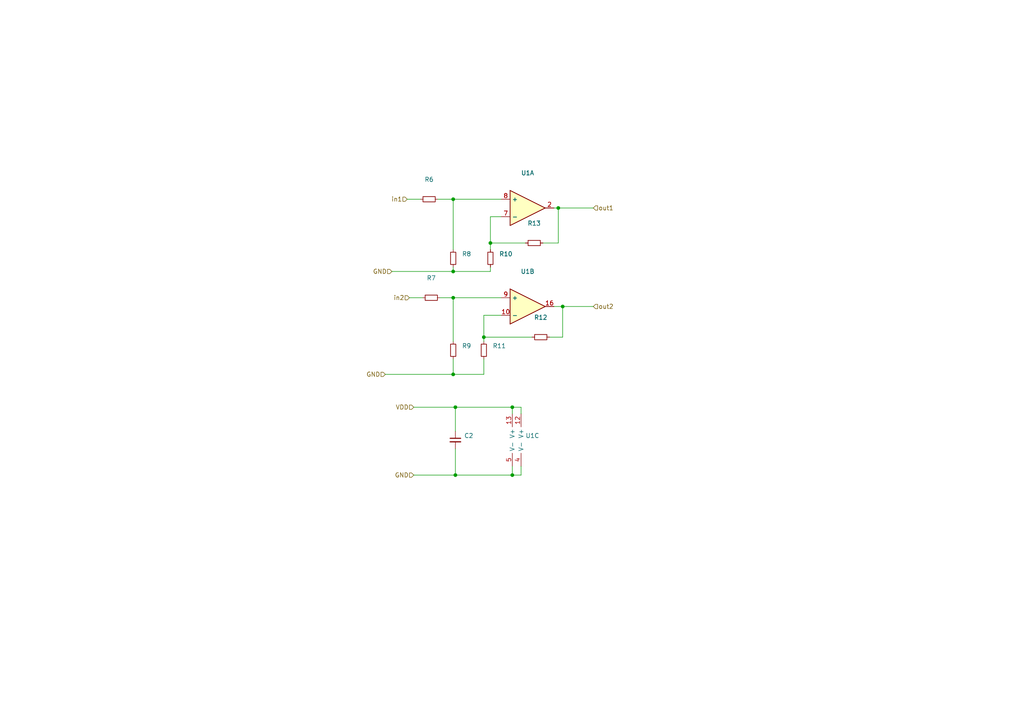
<source format=kicad_sch>
(kicad_sch (version 20211123) (generator eeschema)

  (uuid f4aac7f4-5ab9-41b2-b597-32a06623b948)

  (paper "A4")

  (lib_symbols
    (symbol "Device:C_Small" (pin_numbers hide) (pin_names (offset 0.254) hide) (in_bom yes) (on_board yes)
      (property "Reference" "C" (id 0) (at 0.254 1.778 0)
        (effects (font (size 1.27 1.27)) (justify left))
      )
      (property "Value" "C_Small" (id 1) (at 0.254 -2.032 0)
        (effects (font (size 1.27 1.27)) (justify left))
      )
      (property "Footprint" "" (id 2) (at 0 0 0)
        (effects (font (size 1.27 1.27)) hide)
      )
      (property "Datasheet" "~" (id 3) (at 0 0 0)
        (effects (font (size 1.27 1.27)) hide)
      )
      (property "ki_keywords" "capacitor cap" (id 4) (at 0 0 0)
        (effects (font (size 1.27 1.27)) hide)
      )
      (property "ki_description" "Unpolarized capacitor, small symbol" (id 5) (at 0 0 0)
        (effects (font (size 1.27 1.27)) hide)
      )
      (property "ki_fp_filters" "C_*" (id 6) (at 0 0 0)
        (effects (font (size 1.27 1.27)) hide)
      )
      (symbol "C_Small_0_1"
        (polyline
          (pts
            (xy -1.524 -0.508)
            (xy 1.524 -0.508)
          )
          (stroke (width 0.3302) (type default) (color 0 0 0 0))
          (fill (type none))
        )
        (polyline
          (pts
            (xy -1.524 0.508)
            (xy 1.524 0.508)
          )
          (stroke (width 0.3048) (type default) (color 0 0 0 0))
          (fill (type none))
        )
      )
      (symbol "C_Small_1_1"
        (pin passive line (at 0 2.54 270) (length 2.032)
          (name "~" (effects (font (size 1.27 1.27))))
          (number "1" (effects (font (size 1.27 1.27))))
        )
        (pin passive line (at 0 -2.54 90) (length 2.032)
          (name "~" (effects (font (size 1.27 1.27))))
          (number "2" (effects (font (size 1.27 1.27))))
        )
      )
    )
    (symbol "Device:R_Small" (pin_numbers hide) (pin_names (offset 0.254) hide) (in_bom yes) (on_board yes)
      (property "Reference" "R" (id 0) (at 0.762 0.508 0)
        (effects (font (size 1.27 1.27)) (justify left))
      )
      (property "Value" "R_Small" (id 1) (at 0.762 -1.016 0)
        (effects (font (size 1.27 1.27)) (justify left))
      )
      (property "Footprint" "" (id 2) (at 0 0 0)
        (effects (font (size 1.27 1.27)) hide)
      )
      (property "Datasheet" "~" (id 3) (at 0 0 0)
        (effects (font (size 1.27 1.27)) hide)
      )
      (property "ki_keywords" "R resistor" (id 4) (at 0 0 0)
        (effects (font (size 1.27 1.27)) hide)
      )
      (property "ki_description" "Resistor, small symbol" (id 5) (at 0 0 0)
        (effects (font (size 1.27 1.27)) hide)
      )
      (property "ki_fp_filters" "R_*" (id 6) (at 0 0 0)
        (effects (font (size 1.27 1.27)) hide)
      )
      (symbol "R_Small_0_1"
        (rectangle (start -0.762 1.778) (end 0.762 -1.778)
          (stroke (width 0.2032) (type default) (color 0 0 0 0))
          (fill (type none))
        )
      )
      (symbol "R_Small_1_1"
        (pin passive line (at 0 2.54 270) (length 0.762)
          (name "~" (effects (font (size 1.27 1.27))))
          (number "1" (effects (font (size 1.27 1.27))))
        )
        (pin passive line (at 0 -2.54 90) (length 0.762)
          (name "~" (effects (font (size 1.27 1.27))))
          (number "2" (effects (font (size 1.27 1.27))))
        )
      )
    )
    (symbol "b124:TCA0372" (in_bom yes) (on_board yes)
      (property "Reference" "U" (id 0) (at 0 5.08 0)
        (effects (font (size 1.27 1.27)) (justify left))
      )
      (property "Value" "TCA0372" (id 1) (at 0 -5.08 0)
        (effects (font (size 1.27 1.27)) (justify left))
      )
      (property "Footprint" "Package_SO:SOIC-16W_7.5x10.3mm_P1.27mm" (id 2) (at 0 0 0)
        (effects (font (size 1.27 1.27)) hide)
      )
      (property "Datasheet" "~" (id 3) (at 0 0 0)
        (effects (font (size 1.27 1.27)) hide)
      )
      (property "ki_locked" "" (id 4) (at 0 0 0)
        (effects (font (size 1.27 1.27)))
      )
      (property "ki_keywords" "dual opamp" (id 5) (at 0 0 0)
        (effects (font (size 1.27 1.27)) hide)
      )
      (property "ki_description" "Dual operational amplifier" (id 6) (at 0 0 0)
        (effects (font (size 1.27 1.27)) hide)
      )
      (property "ki_fp_filters" "SOIC*3.9x4.9mm*P1.27mm* DIP*W7.62mm* MSOP*3x3mm*P0.65mm* SSOP*2.95x2.8mm*P0.65mm* TSSOP*3x3mm*P0.65mm* VSSOP*P0.5mm* TO?99*" (id 7) (at 0 0 0)
        (effects (font (size 1.27 1.27)) hide)
      )
      (symbol "TCA0372_1_1"
        (polyline
          (pts
            (xy -5.08 5.08)
            (xy 5.08 0)
            (xy -5.08 -5.08)
            (xy -5.08 5.08)
          )
          (stroke (width 0.254) (type default) (color 0 0 0 0))
          (fill (type background))
        )
        (pin output line (at 7.62 0 180) (length 2.54)
          (name "~" (effects (font (size 1.27 1.27))))
          (number "2" (effects (font (size 1.27 1.27))))
        )
        (pin input line (at -7.62 -2.54 0) (length 2.54)
          (name "-" (effects (font (size 1.27 1.27))))
          (number "7" (effects (font (size 1.27 1.27))))
        )
        (pin input line (at -7.62 2.54 0) (length 2.54)
          (name "+" (effects (font (size 1.27 1.27))))
          (number "8" (effects (font (size 1.27 1.27))))
        )
      )
      (symbol "TCA0372_2_1"
        (polyline
          (pts
            (xy -5.08 5.08)
            (xy 5.08 0)
            (xy -5.08 -5.08)
            (xy -5.08 5.08)
          )
          (stroke (width 0.254) (type default) (color 0 0 0 0))
          (fill (type background))
        )
        (pin input line (at -7.62 -2.54 0) (length 2.54)
          (name "-" (effects (font (size 1.27 1.27))))
          (number "10" (effects (font (size 1.27 1.27))))
        )
        (pin output line (at 7.62 0 180) (length 2.54)
          (name "~" (effects (font (size 1.27 1.27))))
          (number "16" (effects (font (size 1.27 1.27))))
        )
        (pin input line (at -7.62 2.54 0) (length 2.54)
          (name "+" (effects (font (size 1.27 1.27))))
          (number "9" (effects (font (size 1.27 1.27))))
        )
      )
      (symbol "TCA0372_3_1"
        (pin power_in line (at -2.54 7.62 270) (length 3.81)
          (name "V+" (effects (font (size 1.27 1.27))))
          (number "12" (effects (font (size 1.27 1.27))))
        )
        (pin power_in line (at -5.08 7.62 270) (length 3.81)
          (name "V+" (effects (font (size 1.27 1.27))))
          (number "13" (effects (font (size 1.27 1.27))))
        )
        (pin power_in line (at -2.54 -7.62 90) (length 3.81)
          (name "V-" (effects (font (size 1.27 1.27))))
          (number "4" (effects (font (size 1.27 1.27))))
        )
        (pin power_in line (at -5.08 -7.62 90) (length 3.81)
          (name "V-" (effects (font (size 1.27 1.27))))
          (number "5" (effects (font (size 1.27 1.27))))
        )
      )
    )
  )

  (junction (at 140.335 97.79) (diameter 0) (color 0 0 0 0)
    (uuid 24017fc8-c51c-4584-933c-3ed7bf116672)
  )
  (junction (at 163.195 88.9) (diameter 0) (color 0 0 0 0)
    (uuid 24133e20-3b06-4611-8f54-84560654f5cb)
  )
  (junction (at 131.445 108.585) (diameter 0) (color 0 0 0 0)
    (uuid 256264d2-b8a3-46db-827a-7f36278f943e)
  )
  (junction (at 142.24 70.485) (diameter 0) (color 0 0 0 0)
    (uuid 3219869f-3752-43a8-8b80-913aa8849108)
  )
  (junction (at 132.08 137.795) (diameter 0) (color 0 0 0 0)
    (uuid 3ca3a591-ac83-4f08-9184-b858bf8a87e4)
  )
  (junction (at 131.445 78.74) (diameter 0) (color 0 0 0 0)
    (uuid 5248bae8-273b-42cb-91ef-752664750f62)
  )
  (junction (at 132.08 118.11) (diameter 0) (color 0 0 0 0)
    (uuid 71f206ed-c889-4fd9-9abe-0a0aec1157ce)
  )
  (junction (at 161.925 60.325) (diameter 0) (color 0 0 0 0)
    (uuid 812c2808-f0f4-42ab-8d44-5c6ce3819b5c)
  )
  (junction (at 148.59 118.11) (diameter 0) (color 0 0 0 0)
    (uuid a4562382-0c6f-4e60-8e19-078825b4d6b2)
  )
  (junction (at 131.445 86.36) (diameter 0) (color 0 0 0 0)
    (uuid d9a3c362-2b72-4ae3-8daf-802eca75611f)
  )
  (junction (at 131.445 57.785) (diameter 0) (color 0 0 0 0)
    (uuid e640efe2-9c0f-43ec-92fc-af4513fc1523)
  )
  (junction (at 148.59 137.795) (diameter 0) (color 0 0 0 0)
    (uuid ff2dfc8d-9205-4464-8e08-baa04545cc61)
  )

  (wire (pts (xy 145.415 91.44) (xy 140.335 91.44))
    (stroke (width 0) (type default) (color 0 0 0 0))
    (uuid 00bcb514-423e-434a-a45f-cd50032a5aa1)
  )
  (wire (pts (xy 118.745 86.36) (xy 122.555 86.36))
    (stroke (width 0) (type default) (color 0 0 0 0))
    (uuid 0ee64275-c466-4550-b4f3-670563de2d7a)
  )
  (wire (pts (xy 132.08 118.11) (xy 132.08 125.095))
    (stroke (width 0) (type default) (color 0 0 0 0))
    (uuid 18694cd6-54ed-4ebd-933f-91ce7a06236f)
  )
  (wire (pts (xy 131.445 57.785) (xy 145.415 57.785))
    (stroke (width 0) (type default) (color 0 0 0 0))
    (uuid 1d85299a-baf8-4d84-8343-153207589b16)
  )
  (wire (pts (xy 132.08 137.795) (xy 148.59 137.795))
    (stroke (width 0) (type default) (color 0 0 0 0))
    (uuid 20cf8bba-1497-4996-9414-939030295531)
  )
  (wire (pts (xy 132.08 118.11) (xy 148.59 118.11))
    (stroke (width 0) (type default) (color 0 0 0 0))
    (uuid 2b498b88-d706-4130-862b-f73ef129a92b)
  )
  (wire (pts (xy 151.13 135.255) (xy 151.13 137.795))
    (stroke (width 0) (type default) (color 0 0 0 0))
    (uuid 2ee3a1bb-f45c-4e5b-abea-f161f0500e8d)
  )
  (wire (pts (xy 131.445 86.36) (xy 131.445 99.06))
    (stroke (width 0) (type default) (color 0 0 0 0))
    (uuid 459a1bf6-3e07-46f5-95de-92c7337577f1)
  )
  (wire (pts (xy 163.195 88.9) (xy 172.085 88.9))
    (stroke (width 0) (type default) (color 0 0 0 0))
    (uuid 45fe5846-5fb5-4551-960c-15a6d4501b90)
  )
  (wire (pts (xy 142.24 62.865) (xy 145.415 62.865))
    (stroke (width 0) (type default) (color 0 0 0 0))
    (uuid 47365924-8f35-4291-9e7b-1c10dcdfcfe5)
  )
  (wire (pts (xy 131.445 78.74) (xy 142.24 78.74))
    (stroke (width 0) (type default) (color 0 0 0 0))
    (uuid 4bf366cb-adc2-44e8-bcb0-6540af129b30)
  )
  (wire (pts (xy 154.305 97.79) (xy 140.335 97.79))
    (stroke (width 0) (type default) (color 0 0 0 0))
    (uuid 51f49eb0-c311-48db-aebc-a069f12a826e)
  )
  (wire (pts (xy 131.445 108.585) (xy 140.335 108.585))
    (stroke (width 0) (type default) (color 0 0 0 0))
    (uuid 540beb0d-16eb-4484-a051-e3be3da11b66)
  )
  (wire (pts (xy 132.08 130.175) (xy 132.08 137.795))
    (stroke (width 0) (type default) (color 0 0 0 0))
    (uuid 576780c9-0edc-4bc2-93f6-e976fbf967d1)
  )
  (wire (pts (xy 140.335 104.14) (xy 140.335 108.585))
    (stroke (width 0) (type default) (color 0 0 0 0))
    (uuid 5b176b7b-2153-4307-a5e9-29384dd9200a)
  )
  (wire (pts (xy 120.015 137.795) (xy 132.08 137.795))
    (stroke (width 0) (type default) (color 0 0 0 0))
    (uuid 67f6795c-60e4-44a9-ae25-e5178001f7e7)
  )
  (wire (pts (xy 151.13 118.11) (xy 151.13 120.015))
    (stroke (width 0) (type default) (color 0 0 0 0))
    (uuid 771e0f3d-ec60-46bd-8c05-1971add711a6)
  )
  (wire (pts (xy 113.665 78.74) (xy 131.445 78.74))
    (stroke (width 0) (type default) (color 0 0 0 0))
    (uuid 7d584c26-e57d-4927-98db-0cebe0d1c02f)
  )
  (wire (pts (xy 118.11 57.785) (xy 121.92 57.785))
    (stroke (width 0) (type default) (color 0 0 0 0))
    (uuid 8084f24f-1f30-49e2-8ee3-6dd23a994f15)
  )
  (wire (pts (xy 152.4 70.485) (xy 142.24 70.485))
    (stroke (width 0) (type default) (color 0 0 0 0))
    (uuid 890c9110-21ca-4052-bac9-b7754ef9a7e5)
  )
  (wire (pts (xy 148.59 118.11) (xy 148.59 120.015))
    (stroke (width 0) (type default) (color 0 0 0 0))
    (uuid 8a0c20b2-7dfc-4860-a5c8-c1276a9ce4a8)
  )
  (wire (pts (xy 131.445 104.14) (xy 131.445 108.585))
    (stroke (width 0) (type default) (color 0 0 0 0))
    (uuid 96f892ce-f62d-4bb2-a03a-a6f811f856b7)
  )
  (wire (pts (xy 127.635 86.36) (xy 131.445 86.36))
    (stroke (width 0) (type default) (color 0 0 0 0))
    (uuid a1dffc24-2b64-4e82-8580-a71a4e0a81dc)
  )
  (wire (pts (xy 131.445 57.785) (xy 131.445 72.39))
    (stroke (width 0) (type default) (color 0 0 0 0))
    (uuid ade643da-e6a9-4dbd-9424-5939e1ad4ac6)
  )
  (wire (pts (xy 127 57.785) (xy 131.445 57.785))
    (stroke (width 0) (type default) (color 0 0 0 0))
    (uuid aea59eea-a875-4949-aa40-37ef946fea6e)
  )
  (wire (pts (xy 142.24 77.47) (xy 142.24 78.74))
    (stroke (width 0) (type default) (color 0 0 0 0))
    (uuid b343c794-c2f2-4d3b-81fb-61e059d88cb4)
  )
  (wire (pts (xy 111.76 108.585) (xy 131.445 108.585))
    (stroke (width 0) (type default) (color 0 0 0 0))
    (uuid b47bc2ab-1e03-4eb8-b9e5-16019de22983)
  )
  (wire (pts (xy 131.445 86.36) (xy 145.415 86.36))
    (stroke (width 0) (type default) (color 0 0 0 0))
    (uuid c13dce1d-caa9-4dc3-b2f9-4d86d9e6e014)
  )
  (wire (pts (xy 151.13 137.795) (xy 148.59 137.795))
    (stroke (width 0) (type default) (color 0 0 0 0))
    (uuid c46fa44a-8424-4b28-94fb-61efb112ab25)
  )
  (wire (pts (xy 148.59 118.11) (xy 151.13 118.11))
    (stroke (width 0) (type default) (color 0 0 0 0))
    (uuid c47946d5-1a28-4860-abad-72d80f6effce)
  )
  (wire (pts (xy 140.335 97.79) (xy 140.335 99.06))
    (stroke (width 0) (type default) (color 0 0 0 0))
    (uuid c7641bc7-da19-42dc-8534-614f2c8d1642)
  )
  (wire (pts (xy 160.655 60.325) (xy 161.925 60.325))
    (stroke (width 0) (type default) (color 0 0 0 0))
    (uuid c9e54e32-ffe8-43ce-ba05-4425ec4c3cc1)
  )
  (wire (pts (xy 142.24 70.485) (xy 142.24 72.39))
    (stroke (width 0) (type default) (color 0 0 0 0))
    (uuid ccb1801f-d06b-4f2d-8df9-81960d81f8fa)
  )
  (wire (pts (xy 140.335 91.44) (xy 140.335 97.79))
    (stroke (width 0) (type default) (color 0 0 0 0))
    (uuid cd1a5124-9f6e-4ab2-9ec2-c268f0182d02)
  )
  (wire (pts (xy 161.925 60.325) (xy 172.085 60.325))
    (stroke (width 0) (type default) (color 0 0 0 0))
    (uuid cfb5d1d6-4ec0-4805-868d-833434072b60)
  )
  (wire (pts (xy 148.59 137.795) (xy 148.59 135.255))
    (stroke (width 0) (type default) (color 0 0 0 0))
    (uuid d0181c2b-89dc-4a00-bf8a-210380eef680)
  )
  (wire (pts (xy 120.015 118.11) (xy 132.08 118.11))
    (stroke (width 0) (type default) (color 0 0 0 0))
    (uuid e785d841-9302-4f14-b5f9-3bb8fd895930)
  )
  (wire (pts (xy 159.385 97.79) (xy 163.195 97.79))
    (stroke (width 0) (type default) (color 0 0 0 0))
    (uuid e8134926-7905-4e83-a4da-38a0bdb89006)
  )
  (wire (pts (xy 131.445 77.47) (xy 131.445 78.74))
    (stroke (width 0) (type default) (color 0 0 0 0))
    (uuid e81da0d4-b329-4860-a097-98963774da27)
  )
  (wire (pts (xy 161.925 70.485) (xy 161.925 60.325))
    (stroke (width 0) (type default) (color 0 0 0 0))
    (uuid ea0da2b0-6593-4c2d-9721-440551426ea9)
  )
  (wire (pts (xy 163.195 97.79) (xy 163.195 88.9))
    (stroke (width 0) (type default) (color 0 0 0 0))
    (uuid ee36a405-e2ab-4934-b7e8-d01debb17c23)
  )
  (wire (pts (xy 157.48 70.485) (xy 161.925 70.485))
    (stroke (width 0) (type default) (color 0 0 0 0))
    (uuid f654c1b8-5d90-4913-b24f-0a297cb84d54)
  )
  (wire (pts (xy 142.24 70.485) (xy 142.24 62.865))
    (stroke (width 0) (type default) (color 0 0 0 0))
    (uuid f83e5e0b-1f6f-4a4a-aba1-6eee44a1e9e4)
  )
  (wire (pts (xy 160.655 88.9) (xy 163.195 88.9))
    (stroke (width 0) (type default) (color 0 0 0 0))
    (uuid fe223a32-5e7f-4b5f-baab-ce2fa34902e1)
  )

  (hierarchical_label "GND" (shape input) (at 111.76 108.585 180)
    (effects (font (size 1.27 1.27)) (justify right))
    (uuid 0427d983-93d9-4122-b5c5-b65746817cb8)
  )
  (hierarchical_label "GND" (shape input) (at 113.665 78.74 180)
    (effects (font (size 1.27 1.27)) (justify right))
    (uuid 07a004dd-5c29-4de2-b2b7-e56813880ba4)
  )
  (hierarchical_label "in1" (shape input) (at 118.11 57.785 180)
    (effects (font (size 1.27 1.27)) (justify right))
    (uuid 30739360-4df8-4549-9f48-c33d389faa87)
  )
  (hierarchical_label "out2" (shape input) (at 172.085 88.9 0)
    (effects (font (size 1.27 1.27)) (justify left))
    (uuid 615ef52a-34ad-4b06-ba9c-c49ffa16eaef)
  )
  (hierarchical_label "VDD" (shape input) (at 120.015 118.11 180)
    (effects (font (size 1.27 1.27)) (justify right))
    (uuid 692d2330-6be8-4da4-b611-a6362b684883)
  )
  (hierarchical_label "GND" (shape input) (at 120.015 137.795 180)
    (effects (font (size 1.27 1.27)) (justify right))
    (uuid 82b53635-7d8c-49ac-a052-005d6b592d69)
  )
  (hierarchical_label "out1" (shape input) (at 172.085 60.325 0)
    (effects (font (size 1.27 1.27)) (justify left))
    (uuid a2adff3a-9db0-43d0-8522-03640ad41045)
  )
  (hierarchical_label "in2" (shape input) (at 118.745 86.36 180)
    (effects (font (size 1.27 1.27)) (justify right))
    (uuid d5c64fd2-da2f-4266-b783-443989112cec)
  )

  (symbol (lib_id "Device:R_Small") (at 125.095 86.36 270) (unit 1)
    (in_bom yes) (on_board yes) (fields_autoplaced)
    (uuid 187b62f1-7248-4e99-8d86-fd15117b686e)
    (property "Reference" "R7" (id 0) (at 125.095 80.645 90))
    (property "Value" "" (id 1) (at 125.095 83.185 90))
    (property "Footprint" "" (id 2) (at 125.095 86.36 0)
      (effects (font (size 1.27 1.27)) hide)
    )
    (property "Datasheet" "~" (id 3) (at 125.095 86.36 0)
      (effects (font (size 1.27 1.27)) hide)
    )
    (pin "1" (uuid 9601a54b-0cfb-4656-927d-c5713d2def39))
    (pin "2" (uuid 09bd8c42-317d-4583-b1b4-c658613d64b6))
  )

  (symbol (lib_id "Device:R_Small") (at 140.335 101.6 180) (unit 1)
    (in_bom yes) (on_board yes) (fields_autoplaced)
    (uuid 1b48fc4e-467e-4bed-ae00-a09d76211fe1)
    (property "Reference" "R11" (id 0) (at 142.875 100.3299 0)
      (effects (font (size 1.27 1.27)) (justify right))
    )
    (property "Value" "" (id 1) (at 142.875 102.8699 0)
      (effects (font (size 1.27 1.27)) (justify right))
    )
    (property "Footprint" "" (id 2) (at 140.335 101.6 0)
      (effects (font (size 1.27 1.27)) hide)
    )
    (property "Datasheet" "~" (id 3) (at 140.335 101.6 0)
      (effects (font (size 1.27 1.27)) hide)
    )
    (pin "1" (uuid 09dc3f26-cc0e-455d-b4c0-1b7509607499))
    (pin "2" (uuid 8e090ba5-3d76-4063-bb23-e78ade291c27))
  )

  (symbol (lib_id "Device:R_Small") (at 154.94 70.485 270) (unit 1)
    (in_bom yes) (on_board yes)
    (uuid 250bc2b1-661c-4036-8c27-63b8442bee34)
    (property "Reference" "R13" (id 0) (at 154.94 64.77 90))
    (property "Value" "" (id 1) (at 154.94 67.31 90))
    (property "Footprint" "" (id 2) (at 154.94 70.485 0)
      (effects (font (size 1.27 1.27)) hide)
    )
    (property "Datasheet" "~" (id 3) (at 154.94 70.485 0)
      (effects (font (size 1.27 1.27)) hide)
    )
    (pin "1" (uuid 4dc7f2b8-cfd5-4e58-ab87-9e180f668d95))
    (pin "2" (uuid f0a86955-c1a1-4f4e-b8c9-9856db5cc896))
  )

  (symbol (lib_id "b124:TCA0372") (at 153.67 127.635 0) (unit 3)
    (in_bom yes) (on_board yes) (fields_autoplaced)
    (uuid 25629c1a-b954-414b-889a-67369ecc2252)
    (property "Reference" "U1" (id 0) (at 152.4 126.3649 0)
      (effects (font (size 1.27 1.27)) (justify left))
    )
    (property "Value" "" (id 1) (at 152.4 128.9049 0)
      (effects (font (size 1.27 1.27)) (justify left))
    )
    (property "Footprint" "" (id 2) (at 153.67 127.635 0)
      (effects (font (size 1.27 1.27)) hide)
    )
    (property "Datasheet" "~" (id 3) (at 153.67 127.635 0)
      (effects (font (size 1.27 1.27)) hide)
    )
    (pin "2" (uuid 4eea4d4b-129d-4b36-aa55-28970beec239))
    (pin "7" (uuid 9577ff34-8d04-4d67-9535-1ea08bc929d4))
    (pin "8" (uuid 5da64550-4cb6-4b2f-a438-0db225e4cd95))
    (pin "10" (uuid b072c071-d7a7-4158-9f5c-900e5ff6f13e))
    (pin "16" (uuid f9c7f0c1-8910-46f3-96fc-6020a4e4e7f1))
    (pin "9" (uuid c0dd1247-f3fa-43a0-b04a-5c86d9a486a8))
    (pin "12" (uuid 00c148b4-8cf6-4c85-a454-3a16ca1fa838))
    (pin "13" (uuid 4da2ace4-ac54-4396-a063-2cf91aefc5d0))
    (pin "4" (uuid 2dc68c50-fe91-459f-a1b4-a29b36f992e8))
    (pin "5" (uuid 4e27566a-e050-430e-a802-c6555b25e1f1))
  )

  (symbol (lib_id "Device:R_Small") (at 124.46 57.785 270) (unit 1)
    (in_bom yes) (on_board yes) (fields_autoplaced)
    (uuid 49487811-510d-478d-bfce-f7327255ac51)
    (property "Reference" "R6" (id 0) (at 124.46 52.07 90))
    (property "Value" "" (id 1) (at 124.46 54.61 90))
    (property "Footprint" "" (id 2) (at 124.46 57.785 0)
      (effects (font (size 1.27 1.27)) hide)
    )
    (property "Datasheet" "~" (id 3) (at 124.46 57.785 0)
      (effects (font (size 1.27 1.27)) hide)
    )
    (pin "1" (uuid 307a997c-a2c6-459a-8424-3d63e5e1fe47))
    (pin "2" (uuid 68ebe3c3-a4fb-4db3-b10a-ee781e222296))
  )

  (symbol (lib_id "Device:C_Small") (at 132.08 127.635 0) (unit 1)
    (in_bom yes) (on_board yes) (fields_autoplaced)
    (uuid 54b9f432-c78d-442d-9a66-21ee06e48126)
    (property "Reference" "C2" (id 0) (at 134.62 126.3712 0)
      (effects (font (size 1.27 1.27)) (justify left))
    )
    (property "Value" "" (id 1) (at 134.62 128.9112 0)
      (effects (font (size 1.27 1.27)) (justify left))
    )
    (property "Footprint" "" (id 2) (at 132.08 127.635 0)
      (effects (font (size 1.27 1.27)) hide)
    )
    (property "Datasheet" "~" (id 3) (at 132.08 127.635 0)
      (effects (font (size 1.27 1.27)) hide)
    )
    (pin "1" (uuid 68fb7a24-498f-47d2-bae9-dd15fd76860b))
    (pin "2" (uuid 4e144d62-f4a9-4d7d-aa70-d43dc01d0e07))
  )

  (symbol (lib_id "b124:TCA0372") (at 153.035 60.325 0) (unit 1)
    (in_bom yes) (on_board yes) (fields_autoplaced)
    (uuid 9643f1c3-8d9a-41ba-a17e-210f9f76a6e4)
    (property "Reference" "U1" (id 0) (at 153.035 50.165 0))
    (property "Value" "" (id 1) (at 153.035 52.705 0))
    (property "Footprint" "" (id 2) (at 153.035 60.325 0)
      (effects (font (size 1.27 1.27)) hide)
    )
    (property "Datasheet" "~" (id 3) (at 153.035 60.325 0)
      (effects (font (size 1.27 1.27)) hide)
    )
    (pin "2" (uuid 186e2fae-920e-49be-b657-a1acdab382c6))
    (pin "7" (uuid dc28e57c-5073-4600-ae33-84a6adb24f7a))
    (pin "8" (uuid 9aa3f8a0-9314-4c4c-af46-d73e868f3358))
    (pin "10" (uuid c3454799-202f-4fc3-99e2-48cbd5c084c0))
    (pin "16" (uuid debf7dc5-9b74-4ee2-9a08-f4a081efdb29))
    (pin "9" (uuid d890e0a7-e5a1-471c-bdfe-829a88c356cc))
    (pin "12" (uuid 58d13935-a806-4d5e-b3d4-00cf80a7746a))
    (pin "13" (uuid dd843871-0d7b-4d1a-b3bc-dcddfff3e7ec))
    (pin "4" (uuid 4f048c85-6d6c-4fd2-9412-bd31b435846d))
    (pin "5" (uuid b606c328-7f12-4727-b186-1823b3bbff64))
  )

  (symbol (lib_id "Device:R_Small") (at 142.24 74.93 180) (unit 1)
    (in_bom yes) (on_board yes) (fields_autoplaced)
    (uuid bf54471e-15bb-464d-8744-3cc9d0b18d5d)
    (property "Reference" "R10" (id 0) (at 144.78 73.6599 0)
      (effects (font (size 1.27 1.27)) (justify right))
    )
    (property "Value" "" (id 1) (at 144.78 76.1999 0)
      (effects (font (size 1.27 1.27)) (justify right))
    )
    (property "Footprint" "" (id 2) (at 142.24 74.93 0)
      (effects (font (size 1.27 1.27)) hide)
    )
    (property "Datasheet" "~" (id 3) (at 142.24 74.93 0)
      (effects (font (size 1.27 1.27)) hide)
    )
    (pin "1" (uuid b237cfd0-39a1-43f0-a2cc-57cd42cd7a8c))
    (pin "2" (uuid 2b7a5d0a-a5b9-4637-b0af-f333005957c4))
  )

  (symbol (lib_id "Device:R_Small") (at 131.445 74.93 180) (unit 1)
    (in_bom yes) (on_board yes) (fields_autoplaced)
    (uuid d145e977-8965-4243-bc54-2e172a5118fb)
    (property "Reference" "R8" (id 0) (at 133.985 73.6599 0)
      (effects (font (size 1.27 1.27)) (justify right))
    )
    (property "Value" "" (id 1) (at 133.985 76.1999 0)
      (effects (font (size 1.27 1.27)) (justify right))
    )
    (property "Footprint" "" (id 2) (at 131.445 74.93 0)
      (effects (font (size 1.27 1.27)) hide)
    )
    (property "Datasheet" "~" (id 3) (at 131.445 74.93 0)
      (effects (font (size 1.27 1.27)) hide)
    )
    (pin "1" (uuid 4bc36123-1e23-42b5-9816-91393b972c03))
    (pin "2" (uuid 45f320ae-4f95-476c-b57c-355afcba3cf5))
  )

  (symbol (lib_id "b124:TCA0372") (at 153.035 88.9 0) (unit 2)
    (in_bom yes) (on_board yes) (fields_autoplaced)
    (uuid e77f807e-80fa-47c2-b1b1-7a9482efd23b)
    (property "Reference" "U1" (id 0) (at 153.035 78.74 0))
    (property "Value" "" (id 1) (at 153.035 81.28 0))
    (property "Footprint" "" (id 2) (at 153.035 88.9 0)
      (effects (font (size 1.27 1.27)) hide)
    )
    (property "Datasheet" "~" (id 3) (at 153.035 88.9 0)
      (effects (font (size 1.27 1.27)) hide)
    )
    (pin "2" (uuid ef66f59a-b71b-40b2-abe6-9a9b804e35cf))
    (pin "7" (uuid e7a5de93-7f72-4a6a-93b6-f90827899e9e))
    (pin "8" (uuid ba0fe790-0f45-43b8-9909-36fff916622f))
    (pin "10" (uuid ee090782-8df7-42fe-9b85-c4843b1b38ca))
    (pin "16" (uuid 72bef8e0-1671-43ee-8c10-b9598d7d8dbc))
    (pin "9" (uuid 4afd03b6-5fcb-48f2-89c7-74bb79394180))
    (pin "12" (uuid f3a83e89-1b3f-49ee-a827-a3a91eb61343))
    (pin "13" (uuid 10d7c273-1d8b-461c-beae-c21ed4612668))
    (pin "4" (uuid 07aa724f-c796-49b2-9e52-b56d22404bf2))
    (pin "5" (uuid dc19f16a-8fc5-430a-b607-4f72ca74f417))
  )

  (symbol (lib_id "Device:R_Small") (at 131.445 101.6 180) (unit 1)
    (in_bom yes) (on_board yes) (fields_autoplaced)
    (uuid f3d66dfb-f2d3-4655-9541-1fcf0f70c054)
    (property "Reference" "R9" (id 0) (at 133.985 100.3299 0)
      (effects (font (size 1.27 1.27)) (justify right))
    )
    (property "Value" "" (id 1) (at 133.985 102.8699 0)
      (effects (font (size 1.27 1.27)) (justify right))
    )
    (property "Footprint" "" (id 2) (at 131.445 101.6 0)
      (effects (font (size 1.27 1.27)) hide)
    )
    (property "Datasheet" "~" (id 3) (at 131.445 101.6 0)
      (effects (font (size 1.27 1.27)) hide)
    )
    (pin "1" (uuid 068ab1c5-ffb9-401a-bdc5-65953b74c5a4))
    (pin "2" (uuid dc0c0dcf-1f46-4cc6-bba7-46dc870189b4))
  )

  (symbol (lib_id "Device:R_Small") (at 156.845 97.79 270) (unit 1)
    (in_bom yes) (on_board yes) (fields_autoplaced)
    (uuid f6cbb0a3-f36d-4496-b51e-8d0d45a504de)
    (property "Reference" "R12" (id 0) (at 156.845 92.075 90))
    (property "Value" "" (id 1) (at 156.845 94.615 90))
    (property "Footprint" "" (id 2) (at 156.845 97.79 0)
      (effects (font (size 1.27 1.27)) hide)
    )
    (property "Datasheet" "~" (id 3) (at 156.845 97.79 0)
      (effects (font (size 1.27 1.27)) hide)
    )
    (pin "1" (uuid 02a657c8-6c7e-4966-b580-e034420b041b))
    (pin "2" (uuid 80cb667e-853e-4a79-99ca-25787706d46d))
  )
)

</source>
